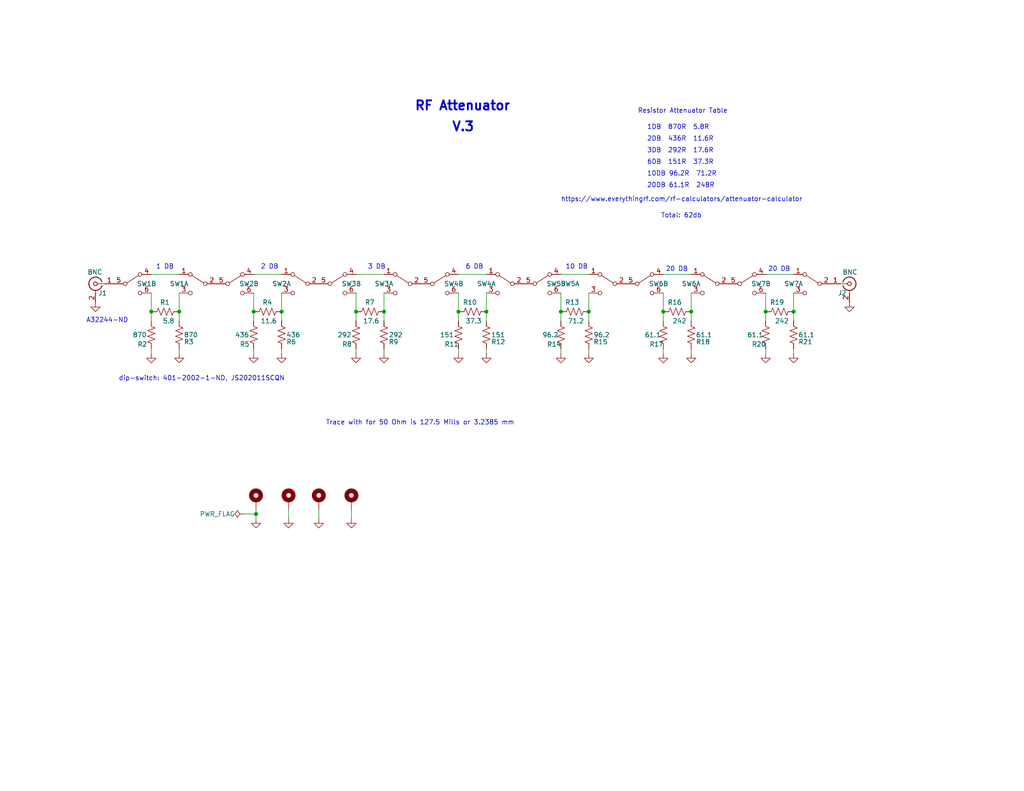
<source format=kicad_sch>
(kicad_sch (version 20230121) (generator eeschema)
  (paper "USLetter")
  (title_block (title "RF Attenuator") (date "2024-06-06") (rev "V0.3"))
  (lib_symbols
    (symbol "Connector:Conn_Coaxial" (pin_names (offset 1.016) hide)
      (property "Reference" "J" (at 0.254 3.048 0))
      (property "Value" "Conn_Coaxial" (at 2.921 0 90))
      (symbol "Conn_Coaxial_0_1"
        (arc (start -1.778 -0.508) (mid 0.2311 -1.8066) (end 1.778 0) (stroke (width 0.254)))
        (polyline (pts (xy -2.54 0) (xy -0.508 0)))
        (polyline (pts (xy 0 -2.54) (xy 0 -1.778)))
        (circle (center 0 0) (radius 0.508) (stroke (width 0.2032)))
        (arc (start 1.778 0) (mid 0.2099 1.8101) (end -1.778 0.508) (stroke (width 0.254)))
      )
      (symbol "Conn_Coaxial_1_1"
        (pin passive line (at -5.08 0 0) (length 2.54) (name "In") (number "1"))
        (pin passive line (at 0 -5.08 90) (length 2.54) (name "Ext") (number "2"))
      )
    )
    (symbol "Device:R_US" (pin_numbers hide) (pin_names (offset 0))
      (property "Reference" "R" (at 2.54 0 90))
      (property "Value" "R_US" (at -2.54 0 90))
      (symbol "R_US_0_1"
        (polyline (pts (xy 0 -2.286) (xy 0 -2.54)))
        (polyline (pts (xy 0 2.286) (xy 0 2.54)))
        (polyline (pts (xy 0 -0.762) (xy 1.016 -1.143) (xy 0 -1.524) (xy -1.016 -1.905) (xy 0 -2.286)))
        (polyline (pts (xy 0 0.762) (xy 1.016 0.381) (xy 0 0) (xy -1.016 -0.381) (xy 0 -0.762)))
        (polyline (pts (xy 0 2.286) (xy 1.016 1.905) (xy 0 1.524) (xy -1.016 1.143) (xy 0 0.762)))
      )
      (symbol "R_US_1_1"
        (pin passive line (at 0 3.81 270) (length 1.27) (name "~") (number "1"))
        (pin passive line (at 0 -3.81 90) (length 1.27) (name "~") (number "2"))
      )
    )
    (symbol "Mechanical:MountingHole_Pad" (pin_numbers hide) (pin_names (offset 1.016) hide)
      (property "Reference" "H" (at 0 6.35 0))
      (property "Value" "MountingHole_Pad" (at 0 4.445 0))
      (symbol "MountingHole_Pad_0_1"
        (circle (center 0 1.27) (radius 1.27) (stroke (width 1.27)))
      )
      (symbol "MountingHole_Pad_1_1"
        (pin input line (at 0 -2.54 90) (length 2.54) (name "1") (number "1"))
      )
    )
    (symbol "Switch:SW_DPDT_x2" (pin_names (offset 0) hide)
      (property "Reference" "SW" (at 0 4.318 0))
      (property "Value" "SW_DPDT_x2" (at 0 -5.08 0))
      (symbol "SW_DPDT_x2_0_0"
        (circle (center -2.032 0) (radius 0.508))
        (circle (center 2.032 -2.54) (radius 0.508))
      )
      (symbol "SW_DPDT_x2_0_1"
        (polyline (pts (xy -1.524 0.254) (xy 1.651 2.286)))
        (circle (center 2.032 2.54) (radius 0.508))
      )
      (symbol "SW_DPDT_x2_1_1"
        (pin passive line (at 5.08 2.54 180) (length 2.54) (name "A") (number "1"))
        (pin passive line (at -5.08 0 0) (length 2.54) (name "B") (number "2"))
        (pin passive line (at 5.08 -2.54 180) (length 2.54) (name "C") (number "3"))
      )
      (symbol "SW_DPDT_x2_2_1"
        (pin passive line (at 5.08 2.54 180) (length 2.54) (name "A") (number "4"))
        (pin passive line (at -5.08 0 0) (length 2.54) (name "B") (number "5"))
        (pin passive line (at 5.08 -2.54 180) (length 2.54) (name "C") (number "6"))
      )
    )
    (symbol "power:GND" (power) (pin_names (offset 0))
      (property "Value" "GND" (at 0 -3.81 0))
      (symbol "GND_0_1"
        (polyline (pts (xy 0 0) (xy 0 -1.27) (xy 1.27 -1.27) (xy 0 -2.54) (xy -1.27 -1.27) (xy 0 -1.27)))
      )
      (symbol "GND_1_1"
        (pin power_in line (at 0 0 270) (length 0) hide (name "GND") (number "1"))
      )
    )
    (symbol "power:PWR_FLAG" (power) (pin_numbers hide) (pin_names (offset 0) hide)
      (property "Value" "PWR_FLAG" (at 0 3.81 0))
      (symbol "PWR_FLAG_0_0"
        (pin power_out line (at 0 0 90) (length 0) (name "pwr") (number "1"))
      )
      (symbol "PWR_FLAG_0_1"
        (polyline (pts (xy 0 0) (xy 0 1.27) (xy -1.016 1.905) (xy 0 2.54) (xy 1.016 1.905) (xy 0 1.27)))
      )
    )
  )
  (junction (at 160.655 85.09))
  (junction (at 41.275 85.09))
  (junction (at 216.535 85.09))
  (junction (at 104.775 85.09))
  (junction (at 208.915 85.09))
  (junction (at 97.155 85.09))
  (junction (at 69.85 140.335))
  (junction (at 48.895 85.09))
  (junction (at 132.715 85.09))
  (junction (at 69.215 85.09))
  (junction (at 76.835 85.09))
  (junction (at 188.595 85.09))
  (junction (at 153.035 85.09))
  (junction (at 180.975 85.09))
  (junction (at 125.095 85.09))
  (wire (pts (xy 48.895 95.25) (xy 48.895 96.52)))
  (wire (pts (xy 132.715 80.01) (xy 132.715 85.09)))
  (wire (pts (xy 97.155 85.09) (xy 97.155 87.63)))
  (wire (pts (xy 160.655 85.09) (xy 160.655 87.63)))
  (wire (pts (xy 104.775 95.25) (xy 104.775 96.52)))
  (wire (pts (xy 180.975 74.93) (xy 188.595 74.93)))
  (wire (pts (xy 76.835 85.09) (xy 76.835 80.01)))
  (wire (pts (xy 48.895 80.01) (xy 48.895 85.09)))
  (wire (pts (xy 97.155 95.25) (xy 97.155 96.52)))
  (wire (pts (xy 41.275 85.09) (xy 41.275 80.01)))
  (wire (pts (xy 132.715 85.09) (xy 132.715 87.63)))
  (wire (pts (xy 69.85 140.335) (xy 69.85 141.605)))
  (wire (pts (xy 160.655 80.01) (xy 160.655 85.09)))
  (wire (pts (xy 104.775 85.09) (xy 104.775 80.01)))
  (wire (pts (xy 180.975 80.01) (xy 180.975 85.09)))
  (wire (pts (xy 104.775 85.09) (xy 104.775 87.63)))
  (wire (pts (xy 160.655 95.25) (xy 160.655 96.52)))
  (wire (pts (xy 95.885 139.065) (xy 95.885 141.605)))
  (wire (pts (xy 180.975 95.25) (xy 180.975 96.52)))
  (wire (pts (xy 78.74 139.065) (xy 78.74 141.605)))
  (wire (pts (xy 153.035 80.01) (xy 153.035 85.09)))
  (wire (pts (xy 48.895 85.09) (xy 48.895 87.63)))
  (wire (pts (xy 41.275 85.09) (xy 41.275 87.63)))
  (wire (pts (xy 125.095 95.25) (xy 125.095 96.52)))
  (wire (pts (xy 153.035 95.25) (xy 153.035 96.52)))
  (wire (pts (xy 69.215 74.93) (xy 76.835 74.93)))
  (wire (pts (xy 125.095 74.93) (xy 132.715 74.93)))
  (wire (pts (xy 208.915 80.01) (xy 208.915 85.09)))
  (wire (pts (xy 125.095 85.09) (xy 125.095 87.63)))
  (wire (pts (xy 153.035 85.09) (xy 153.035 87.63)))
  (wire (pts (xy 69.215 80.01) (xy 69.215 85.09)))
  (wire (pts (xy 41.275 95.25) (xy 41.275 96.52)))
  (wire (pts (xy 69.215 85.09) (xy 69.215 87.63)))
  (wire (pts (xy 86.995 139.065) (xy 86.995 141.605)))
  (wire (pts (xy 153.035 74.93) (xy 160.655 74.93)))
  (wire (pts (xy 216.535 85.09) (xy 216.535 87.63)))
  (wire (pts (xy 208.915 95.25) (xy 208.915 96.52)))
  (wire (pts (xy 188.595 85.09) (xy 188.595 87.63)))
  (wire (pts (xy 132.715 95.25) (xy 132.715 96.52)))
  (wire (pts (xy 216.535 95.25) (xy 216.535 96.52)))
  (wire (pts (xy 188.595 80.01) (xy 188.595 85.09)))
  (wire (pts (xy 180.975 85.09) (xy 180.975 87.63)))
  (wire (pts (xy 97.155 74.93) (xy 104.775 74.93)))
  (wire (pts (xy 188.595 95.25) (xy 188.595 96.52)))
  (wire (pts (xy 69.215 95.25) (xy 69.215 96.52)))
  (wire (pts (xy 69.85 139.065) (xy 69.85 140.335)))
  (wire (pts (xy 216.535 80.01) (xy 216.535 85.09)))
  (wire (pts (xy 125.095 80.01) (xy 125.095 85.09)))
  (wire (pts (xy 97.155 80.01) (xy 97.155 85.09)))
  (wire (pts (xy 66.675 140.335) (xy 69.85 140.335)))
  (wire (pts (xy 76.835 95.25) (xy 76.835 96.52)))
  (wire (pts (xy 41.275 74.93) (xy 48.895 74.93)))
  (wire (pts (xy 208.915 85.09) (xy 208.915 87.63)))
  (wire (pts (xy 97.155 85.09) (xy 97.79 85.09)))
  (wire (pts (xy 76.835 85.09) (xy 76.835 87.63)))
  (wire (pts (xy 208.915 74.93) (xy 216.535 74.93)))
  (text "6 DB" (at 127 73.66 0) (effects (font (size 1.27 1.27)) (justify left bottom)))
  (text "dip-switch: 401-2002-1-ND, JS202011SCQN " (at 32.385 104.14 0) (effects (font (size 1.27 1.27)) (justify left bottom)))
  (text "3DB  292R  17.6R" (at 176.53 41.91 0) (effects (font (size 1.27 1.27)) (justify left bottom)))
  (text "10DB 96.2R  71.2R" (at 176.53 48.26 0) (effects (font (size 1.27 1.27)) (justify left bottom)))
  (text "V.3" (at 123.19 36.195 0) (effects (font (size 2.5 2.5) (thickness 0.5) bold) (justify left bottom)))
  (text "2 DB" (at 71.12 73.66 0) (effects (font (size 1.27 1.27)) (justify left bottom)))
  (text "https://www.everythingrf.com/rf-calculators/attenuator-calculator" (at 153.035 55.245 0) (effects (font (size 1.27 1.27)) (justify left bottom)))
  (text "RF Attenuator" (at 113.03 30.48 0) (effects (font (size 2.5 2.5) (thickness 0.5) bold) (justify left bottom)))
  (text "6DB  151R  37.3R" (at 176.53 45.085 0) (effects (font (size 1.27 1.27)) (justify left bottom)))
  (text "Trace with for 50 Ohm is 127.5 Mills or 3.2385 mm" (at 88.9 116.205 0) (effects (font (size 1.27 1.27)) (justify left bottom)))
  (text "20 DB" (at 209.55 74.295 0) (effects (font (size 1.27 1.27)) (justify left bottom)))
  (text "20DB 61.1R  248R" (at 176.53 51.435 0) (effects (font (size 1.27 1.27)) (justify left bottom)))
  (text "10 DB" (at 154.305 73.66 0) (effects (font (size 1.27 1.27)) (justify left bottom)))
  (text "A32244-ND\n" (at 23.495 88.265 0) (effects (font (size 1.27 1.27)) (justify left bottom)))
  (text "Total: 62db" (at 180.34 59.69 0) (effects (font (size 1.27 1.27)) (justify left bottom)))
  (text "1 DB" (at 42.545 73.66 0) (effects (font (size 1.27 1.27)) (justify left bottom)))
  (text "1DB  870R  5.8R" (at 176.53 35.56 0) (effects (font (size 1.27 1.27)) (justify left bottom)))
  (text "20 DB" (at 181.61 74.295 0) (effects (font (size 1.27 1.27)) (justify left bottom)))
  (text "Resistor Attenuator Table" (at 173.99 31.115 0) (effects (font (size 1.27 1.27)) (justify left bottom)))
  (text "2DB  436R  11.6R" (at 176.53 38.735 0) (effects (font (size 1.27 1.27)) (justify left bottom)))
  (text "3 DB" (at 100.33 73.66 0) (effects (font (size 1.27 1.27)) (justify left bottom)))
  (symbol (lib_id "Device:R_US") (at 180.975 91.44 0) (unit 1)
    (property "Reference" "R17" (at 177.165 93.98 0) (effects (justify left)))
    (property "Value" "61.1" (at 175.895 91.44 0) (effects (justify left)))
    (property "Footprint" "Resistor_SMD:R_2512_6332Metric_Pad1.40x3.35mm_HandSolder" (effects hide))
  )
  (symbol (lib_id "Device:R_US") (at 160.655 91.44 0) (unit 1)
    (property "Reference" "R15" (at 161.925 93.345 0) (effects (justify left)))
    (property "Value" "96.2" (at 161.925 91.44 0) (effects (justify left)))
    (property "Footprint" "Resistor_SMD:R_2512_6332Metric_Pad1.40x3.35mm_HandSolder" (effects hide))
  )
  (symbol (lib_id "power:GND") (at 125.095 96.52 0) (unit 1)
    (property "Reference" "#PWR012" (effects hide))
    (property "Value" "GND" (effects hide))
  )
  (symbol (lib_id "Device:R_US") (at 76.835 91.44 0) (unit 1)
    (property "Reference" "R6" (at 78.105 93.345 0) (effects (justify left)))
    (property "Value" "436" (at 78.105 91.44 0) (effects (justify left)))
    (property "Footprint" "Resistor_SMD:R_2512_6332Metric_Pad1.40x3.35mm_HandSolder" (effects hide))
  )
  (symbol (lib_id "Mechanical:MountingHole_Pad") (at 78.74 136.525 0) (unit 1)
    (property "Reference" "H2" (effects hide))
    (property "Value" "MountingHole_Pad" (effects hide))
    (property "Footprint" "MountingHole:MountingHole_3.2mm_M3_ISO7380_Pad_TopBottom" (effects hide))
  )
  (symbol (lib_id "Switch:SW_DPDT_x2") (at 203.835 77.47 0) (unit 2)
    (property "Reference" "SW7" (at 207.645 77.47 0))
    (property "Value" "SW_DPDT_x2" (effects hide))
    (property "Footprint" "jerrys_Library:SW_DPDT_CK_JS202011JCQN" (effects hide))
  )
  (symbol (lib_id "power:GND") (at 78.74 141.605 0) (unit 1)
    (property "Reference" "#PWR06" (effects hide))
    (property "Value" "GND" (effects hide))
  )
  (symbol (lib_id "Switch:SW_DPDT_x2") (at 175.895 77.47 0) (unit 2)
    (property "Reference" "SW6" (at 179.705 77.47 0))
    (property "Value" "SW_DPDT_x2" (effects hide))
    (property "Footprint" "jerrys_Library:SW_DPDT_CK_JS202011JCQN" (effects hide))
  )
  (symbol (lib_id "power:GND") (at 160.655 96.52 0) (unit 1)
    (property "Reference" "#PWR015" (effects hide))
    (property "Value" "GND" (effects hide))
  )
  (symbol (lib_id "Mechanical:MountingHole_Pad") (at 86.995 136.525 0) (unit 1)
    (property "Reference" "H3" (effects hide))
    (property "Value" "MountingHole_Pad" (effects hide))
    (property "Footprint" "MountingHole:MountingHole_3.2mm_M3_ISO7380_Pad_TopBottom" (effects hide))
  )
  (symbol (lib_id "power:GND") (at 216.535 96.52 0) (unit 1)
    (property "Reference" "#PWR021" (effects hide))
    (property "Value" "GND" (effects hide))
  )
  (symbol (lib_id "Switch:SW_DPDT_x2") (at 147.955 77.47 0) (unit 2)
    (property "Reference" "SW5" (at 151.765 77.47 0))
    (property "Value" "SW_DPDT_x2" (effects hide))
    (property "Footprint" "jerrys_Library:SW_DPDT_CK_JS202011JCQN" (effects hide))
  )
  (symbol (lib_id "power:GND") (at 208.915 96.52 0) (unit 1)
    (property "Reference" "#PWR020" (effects hide))
    (property "Value" "GND" (effects hide))
  )
  (symbol (lib_id "Device:R_US") (at 69.215 91.44 0) (unit 1)
    (property "Reference" "R5" (at 65.405 93.98 0) (effects (justify left)))
    (property "Value" "436" (at 64.135 91.44 0) (effects (justify left)))
    (property "Footprint" "Resistor_SMD:R_2512_6332Metric_Pad1.40x3.35mm_HandSolder" (effects hide))
  )
  (symbol (lib_id "Device:R_US") (at 41.275 91.44 0) (unit 1)
    (property "Reference" "R2" (at 37.465 93.98 0) (effects (justify left)))
    (property "Value" "870" (at 36.195 91.44 0) (effects (justify left)))
    (property "Footprint" "Resistor_SMD:R_2512_6332Metric_Pad1.40x3.35mm_HandSolder" (effects hide))
  )
  (symbol (lib_id "power:GND") (at 188.595 96.52 0) (unit 1)
    (property "Reference" "#PWR017" (effects hide))
    (property "Value" "GND" (effects hide))
  )
  (symbol (lib_id "Device:R_US") (at 45.085 85.09 90) (unit 1)
    (property "Reference" "R1" (at 46.355 82.55 90) (effects (justify left)))
    (property "Value" "5.8" (at 47.625 87.63 90) (effects (justify left)))
    (property "Footprint" "Resistor_SMD:R_2512_6332Metric_Pad1.40x3.35mm_HandSolder" (effects hide))
  )
  (symbol (lib_id "power:GND") (at 231.775 82.55 0) (mirror y) (unit 1)
    (property "Reference" "#PWR019" (effects hide))
    (property "Value" "GND" (effects hide))
  )
  (symbol (lib_id "power:GND") (at 76.835 96.52 0) (unit 1)
    (property "Reference" "#PWR09" (effects hide))
    (property "Value" "GND" (effects hide))
  )
  (symbol (lib_id "Switch:SW_DPDT_x2") (at 165.735 77.47 0) (mirror y) (unit 1)
    (property "Reference" "SW5" (at 155.575 77.47 0))
    (property "Value" "SW_DPDT_x2" (effects hide))
    (property "Footprint" "jerrys_Library:SW_DPDT_CK_JS202011JCQN" (effects hide))
  )
  (symbol (lib_id "Device:R_US") (at 184.785 85.09 90) (unit 1)
    (property "Reference" "R16" (at 186.055 82.55 90) (effects (justify left)))
    (property "Value" "242" (at 187.325 87.63 90) (effects (justify left)))
    (property "Footprint" "Resistor_SMD:R_2512_6332Metric_Pad1.40x3.35mm_HandSolder" (effects hide))
  )
  (symbol (lib_id "power:GND") (at 41.275 96.52 0) (unit 1)
    (property "Reference" "#PWR03" (effects hide))
    (property "Value" "GND" (effects hide))
  )
  (symbol (lib_id "Mechanical:MountingHole_Pad") (at 95.885 136.525 0) (unit 1)
    (property "Reference" "H4" (effects hide))
    (property "Value" "MountingHole_Pad" (effects hide))
    (property "Footprint" "MountingHole:MountingHole_3.2mm_M3_ISO7380_Pad_TopBottom" (effects hide))
  )
  (symbol (lib_id "Device:R_US") (at 128.905 85.09 90) (unit 1)
    (property "Reference" "R10" (at 130.175 82.55 90) (effects (justify left)))
    (property "Value" "37.3" (at 131.445 87.63 90) (effects (justify left)))
    (property "Footprint" "Resistor_SMD:R_2512_6332Metric_Pad1.40x3.35mm_HandSolder" (effects hide))
  )
  (symbol (lib_id "Device:R_US") (at 100.965 85.09 90) (unit 1)
    (property "Reference" "R7" (at 102.235 82.55 90) (effects (justify left)))
    (property "Value" "17.6" (at 103.505 87.63 90) (effects (justify left)))
    (property "Footprint" "Resistor_SMD:R_2512_6332Metric_Pad1.40x3.35mm_HandSolder" (effects hide))
  )
  (symbol (lib_id "power:GND") (at 26.035 82.55 0) (unit 1)
    (property "Reference" "#PWR01" (effects hide))
    (property "Value" "GND" (effects hide))
  )
  (symbol (lib_id "power:PWR_FLAG") (at 66.675 140.335 90) (unit 1)
    (property "Reference" "#FLG02" (effects hide))
    (property "Value" "PWR_FLAG" (at 64.135 140.335 90) (effects (justify left)))
  )
  (symbol (lib_id "power:GND") (at 86.995 141.605 0) (unit 1)
    (property "Reference" "#PWR07" (effects hide))
    (property "Value" "GND" (effects hide))
  )
  (symbol (lib_id "power:GND") (at 69.215 96.52 0) (unit 1)
    (property "Reference" "#PWR02" (effects hide))
    (property "Value" "GND" (effects hide))
  )
  (symbol (lib_id "Device:R_US") (at 73.025 85.09 90) (unit 1)
    (property "Reference" "R4" (at 74.295 82.55 90) (effects (justify left)))
    (property "Value" "11.6" (at 75.565 87.63 90) (effects (justify left)))
    (property "Footprint" "Resistor_SMD:R_2512_6332Metric_Pad1.40x3.35mm_HandSolder" (effects hide))
  )
  (symbol (lib_id "power:GND") (at 132.715 96.52 0) (unit 1)
    (property "Reference" "#PWR013" (effects hide))
    (property "Value" "GND" (effects hide))
  )
  (symbol (lib_id "Mechanical:MountingHole_Pad") (at 69.85 136.525 0) (unit 1)
    (property "Reference" "H1" (effects hide))
    (property "Value" "MountingHole_Pad" (effects hide))
    (property "Footprint" "MountingHole:MountingHole_3.2mm_M3_ISO7380_Pad_TopBottom" (effects hide))
  )
  (symbol (lib_id "Device:R_US") (at 188.595 91.44 0) (unit 1)
    (property "Reference" "R18" (at 189.865 93.345 0) (effects (justify left)))
    (property "Value" "61.1" (at 189.865 91.44 0) (effects (justify left)))
    (property "Footprint" "Resistor_SMD:R_2512_6332Metric_Pad1.40x3.35mm_HandSolder" (effects hide))
  )
  (symbol (lib_id "Switch:SW_DPDT_x2") (at 137.795 77.47 0) (mirror y) (unit 1)
    (property "Reference" "SW4" (at 132.715 77.47 0))
    (property "Value" "SW_DPDT_x2" (effects hide))
    (property "Footprint" "jerrys_Library:SW_DPDT_CK_JS202011JCQN" (effects hide))
  )
  (symbol (lib_id "Switch:SW_DPDT_x2") (at 193.675 77.47 0) (mirror y) (unit 1)
    (property "Reference" "SW6" (at 188.595 77.47 0))
    (property "Value" "SW_DPDT_x2" (effects hide))
    (property "Footprint" "jerrys_Library:SW_DPDT_CK_JS202011JCQN" (effects hide))
  )
  (symbol (lib_id "Device:R_US") (at 216.535 91.44 0) (unit 1)
    (property "Reference" "R21" (at 217.805 93.345 0) (effects (justify left)))
    (property "Value" "61.1" (at 217.805 91.44 0) (effects (justify left)))
    (property "Footprint" "Resistor_SMD:R_2512_6332Metric_Pad1.40x3.35mm_HandSolder" (effects hide))
  )
  (symbol (lib_id "power:GND") (at 180.975 96.52 0) (unit 1)
    (property "Reference" "#PWR016" (effects hide))
    (property "Value" "GND" (effects hide))
  )
  (symbol (lib_id "Device:R_US") (at 208.915 91.44 0) (unit 1)
    (property "Reference" "R20" (at 205.105 93.98 0) (effects (justify left)))
    (property "Value" "61.1" (at 203.835 91.44 0) (effects (justify left)))
    (property "Footprint" "Resistor_SMD:R_2512_6332Metric_Pad1.40x3.35mm_HandSolder" (effects hide))
  )
  (symbol (lib_id "Device:R_US") (at 104.775 91.44 0) (unit 1)
    (property "Reference" "R9" (at 106.045 93.345 0) (effects (justify left)))
    (property "Value" "292" (at 106.045 91.44 0) (effects (justify left)))
    (property "Footprint" "Resistor_SMD:R_2512_6332Metric_Pad1.40x3.35mm_HandSolder" (effects hide))
  )
  (symbol (lib_id "power:GND") (at 97.155 96.52 0) (unit 1)
    (property "Reference" "#PWR010" (effects hide))
    (property "Value" "GND" (effects hide))
  )
  (symbol (lib_id "Switch:SW_DPDT_x2") (at 221.615 77.47 0) (mirror y) (unit 1)
    (property "Reference" "SW7" (at 216.535 77.47 0))
    (property "Value" "SW_DPDT_x2" (effects hide))
    (property "Footprint" "jerrys_Library:SW_DPDT_CK_JS202011JCQN" (effects hide))
  )
  (symbol (lib_id "Device:R_US") (at 48.895 91.44 0) (unit 1)
    (property "Reference" "R3" (at 50.165 93.345 0) (effects (justify left)))
    (property "Value" "870" (at 50.165 91.44 0) (effects (justify left)))
    (property "Footprint" "Resistor_SMD:R_2512_6332Metric_Pad1.40x3.35mm_HandSolder" (effects hide))
  )
  (symbol (lib_id "Device:R_US") (at 97.155 91.44 0) (unit 1)
    (property "Reference" "R8" (at 93.345 93.98 0) (effects (justify left)))
    (property "Value" "292" (at 92.075 91.44 0) (effects (justify left)))
    (property "Footprint" "Resistor_SMD:R_2512_6332Metric_Pad1.40x3.35mm_HandSolder" (effects hide))
  )
  (symbol (lib_id "Switch:SW_DPDT_x2") (at 81.915 77.47 0) (mirror y) (unit 1)
    (property "Reference" "SW2" (at 76.835 77.47 0))
    (property "Value" "SW_DPDT_x2" (effects hide))
    (property "Footprint" "jerrys_Library:SW_DPDT_CK_JS202011JCQN" (effects hide))
  )
  (symbol (lib_id "Connector:Conn_Coaxial") (at 231.775 77.47 0) (unit 1)
    (property "Reference" "J2" (at 228.6 80.01 0) (effects (justify left)))
    (property "Value" "BNC" (at 229.87 74.295 0) (effects (justify left)))
    (property "Footprint" "Connector_Coaxial:BNC_Amphenol_B6252HB-NPP3G-50_Horizontal" (effects hide))
    (property "Datasheet" " ~" (effects hide))
  )
  (symbol (lib_id "Device:R_US") (at 156.845 85.09 90) (unit 1)
    (property "Reference" "R13" (at 158.115 82.55 90) (effects (justify left)))
    (property "Value" "71.2" (at 159.385 87.63 90) (effects (justify left)))
    (property "Footprint" "Resistor_SMD:R_2512_6332Metric_Pad1.40x3.35mm_HandSolder" (effects hide))
  )
  (symbol (lib_id "Switch:SW_DPDT_x2") (at 120.015 77.47 0) (unit 2)
    (property "Reference" "SW4" (at 123.825 77.47 0))
    (property "Value" "SW_DPDT_x2" (effects hide))
    (property "Footprint" "jerrys_Library:SW_DPDT_CK_JS202011JCQN" (effects hide))
  )
  (symbol (lib_id "Device:R_US") (at 132.715 91.44 0) (unit 1)
    (property "Reference" "R12" (at 133.985 93.345 0) (effects (justify left)))
    (property "Value" "151" (at 133.985 91.44 0) (effects (justify left)))
    (property "Footprint" "Resistor_SMD:R_2512_6332Metric_Pad1.40x3.35mm_HandSolder" (effects hide))
  )
  (symbol (lib_id "power:GND") (at 69.85 141.605 0) (unit 1)
    (property "Reference" "#PWR05" (effects hide))
    (property "Value" "GND" (effects hide))
  )
  (symbol (lib_id "Device:R_US") (at 212.725 85.09 90) (unit 1)
    (property "Reference" "R19" (at 213.995 82.55 90) (effects (justify left)))
    (property "Value" "242" (at 215.265 87.63 90) (effects (justify left)))
    (property "Footprint" "Resistor_SMD:R_2512_6332Metric_Pad1.40x3.35mm_HandSolder" (effects hide))
  )
  (symbol (lib_id "Switch:SW_DPDT_x2") (at 53.975 77.47 0) (mirror y) (unit 1)
    (property "Reference" "SW1" (at 48.895 77.47 0))
    (property "Value" "SW_DPDT_x2" (effects hide))
    (property "Footprint" "jerrys_Library:SW_DPDT_CK_JS202011JCQN" (effects hide))
  )
  (symbol (lib_id "power:GND") (at 104.775 96.52 0) (unit 1)
    (property "Reference" "#PWR011" (effects hide))
    (property "Value" "GND" (effects hide))
  )
  (symbol (lib_id "Device:R_US") (at 153.035 91.44 0) (unit 1)
    (property "Reference" "R14" (at 149.225 93.98 0) (effects (justify left)))
    (property "Value" "96.2" (at 147.955 91.44 0) (effects (justify left)))
    (property "Footprint" "Resistor_SMD:R_2512_6332Metric_Pad1.40x3.35mm_HandSolder" (effects hide))
  )
  (symbol (lib_id "Switch:SW_DPDT_x2") (at 109.855 77.47 0) (mirror y) (unit 1)
    (property "Reference" "SW3" (at 104.775 77.47 0))
    (property "Value" "SW_DPDT_x2" (effects hide))
    (property "Footprint" "jerrys_Library:SW_DPDT_CK_JS202011JCQN" (effects hide))
  )
  (symbol (lib_id "Device:R_US") (at 125.095 91.44 0) (unit 1)
    (property "Reference" "R11" (at 121.285 93.98 0) (effects (justify left)))
    (property "Value" "151" (at 120.015 91.44 0) (effects (justify left)))
    (property "Footprint" "Resistor_SMD:R_2512_6332Metric_Pad1.40x3.35mm_HandSolder" (effects hide))
  )
  (symbol (lib_id "Switch:SW_DPDT_x2") (at 92.075 77.47 0) (unit 2)
    (property "Reference" "SW3" (at 95.885 77.47 0))
    (property "Value" "SW_DPDT_x2" (effects hide))
    (property "Footprint" "jerrys_Library:SW_DPDT_CK_JS202011JCQN" (effects hide))
  )
  (symbol (lib_id "Connector:Conn_Coaxial") (at 26.035 77.47 0) (mirror y) (unit 1)
    (property "Reference" "J1" (at 29.21 80.01 0) (effects (justify left)))
    (property "Value" "BNC" (at 27.94 74.295 0) (effects (justify left)))
    (property "Footprint" "Connector_Coaxial:BNC_Amphenol_B6252HB-NPP3G-50_Horizontal" (effects hide))
    (property "Datasheet" " ~" (effects hide))
  )
  (symbol (lib_id "power:GND") (at 95.885 141.605 0) (unit 1)
    (property "Reference" "#PWR08" (effects hide))
    (property "Value" "GND" (effects hide))
  )
  (symbol (lib_id "Switch:SW_DPDT_x2") (at 64.135 77.47 0) (unit 2)
    (property "Reference" "SW2" (at 67.945 77.47 0))
    (property "Value" "SW_DPDT_x2" (effects hide))
    (property "Footprint" "jerrys_Library:SW_DPDT_CK_JS202011JCQN" (effects hide))
  )
  (symbol (lib_id "power:GND") (at 153.035 96.52 0) (unit 1)
    (property "Reference" "#PWR014" (effects hide))
    (property "Value" "GND" (effects hide))
  )
  (symbol (lib_id "Switch:SW_DPDT_x2") (at 36.195 77.47 0) (unit 2)
    (property "Reference" "SW1" (at 40.005 77.47 0))
    (property "Value" "SW_DPDT_x2" (effects hide))
    (property "Footprint" "jerrys_Library:SW_DPDT_CK_JS202011JCQN" (effects hide))
  )
  (symbol (lib_id "power:GND") (at 48.895 96.52 0) (unit 1)
    (property "Reference" "#PWR04" (effects hide))
    (property "Value" "GND" (effects hide))
  )
)
</source>
